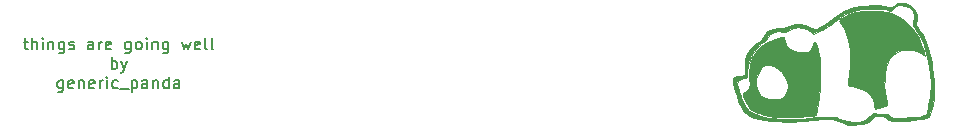
<source format=gto>
G04 #@! TF.GenerationSoftware,KiCad,Pcbnew,(5.1.6)-1*
G04 #@! TF.CreationDate,2020-07-19T13:42:40-04:00*
G04 #@! TF.ProjectId,pcb-01,7063622d-3031-42e6-9b69-6361645f7063,01*
G04 #@! TF.SameCoordinates,Original*
G04 #@! TF.FileFunction,Legend,Top*
G04 #@! TF.FilePolarity,Positive*
%FSLAX46Y46*%
G04 Gerber Fmt 4.6, Leading zero omitted, Abs format (unit mm)*
G04 Created by KiCad (PCBNEW (5.1.6)-1) date 2020-07-19 13:42:40*
%MOMM*%
%LPD*%
G01*
G04 APERTURE LIST*
%ADD10C,0.150000*%
%ADD11C,0.010000*%
%ADD12C,2.642000*%
%ADD13C,1.803800*%
%ADD14C,4.089800*%
%ADD15O,1.102000X2.202000*%
%ADD16C,0.772000*%
%ADD17O,1.102000X1.702000*%
%ADD18C,3.150000*%
G04 APERTURE END LIST*
D10*
X123739646Y-136992464D02*
X124120599Y-136992464D01*
X123882504Y-136659130D02*
X123882504Y-137516273D01*
X123930123Y-137611511D01*
X124025361Y-137659130D01*
X124120599Y-137659130D01*
X124453932Y-137659130D02*
X124453932Y-136659130D01*
X124882504Y-137659130D02*
X124882504Y-137135321D01*
X124834885Y-137040083D01*
X124739646Y-136992464D01*
X124596789Y-136992464D01*
X124501551Y-137040083D01*
X124453932Y-137087702D01*
X125358694Y-137659130D02*
X125358694Y-136992464D01*
X125358694Y-136659130D02*
X125311075Y-136706750D01*
X125358694Y-136754369D01*
X125406313Y-136706750D01*
X125358694Y-136659130D01*
X125358694Y-136754369D01*
X125834885Y-136992464D02*
X125834885Y-137659130D01*
X125834885Y-137087702D02*
X125882504Y-137040083D01*
X125977742Y-136992464D01*
X126120599Y-136992464D01*
X126215837Y-137040083D01*
X126263456Y-137135321D01*
X126263456Y-137659130D01*
X127168218Y-136992464D02*
X127168218Y-137801988D01*
X127120599Y-137897226D01*
X127072980Y-137944845D01*
X126977742Y-137992464D01*
X126834885Y-137992464D01*
X126739646Y-137944845D01*
X127168218Y-137611511D02*
X127072980Y-137659130D01*
X126882504Y-137659130D01*
X126787266Y-137611511D01*
X126739646Y-137563892D01*
X126692027Y-137468654D01*
X126692027Y-137182940D01*
X126739646Y-137087702D01*
X126787266Y-137040083D01*
X126882504Y-136992464D01*
X127072980Y-136992464D01*
X127168218Y-137040083D01*
X127596789Y-137611511D02*
X127692027Y-137659130D01*
X127882504Y-137659130D01*
X127977742Y-137611511D01*
X128025361Y-137516273D01*
X128025361Y-137468654D01*
X127977742Y-137373416D01*
X127882504Y-137325797D01*
X127739646Y-137325797D01*
X127644408Y-137278178D01*
X127596789Y-137182940D01*
X127596789Y-137135321D01*
X127644408Y-137040083D01*
X127739646Y-136992464D01*
X127882504Y-136992464D01*
X127977742Y-137040083D01*
X129644408Y-137659130D02*
X129644408Y-137135321D01*
X129596789Y-137040083D01*
X129501551Y-136992464D01*
X129311075Y-136992464D01*
X129215837Y-137040083D01*
X129644408Y-137611511D02*
X129549170Y-137659130D01*
X129311075Y-137659130D01*
X129215837Y-137611511D01*
X129168218Y-137516273D01*
X129168218Y-137421035D01*
X129215837Y-137325797D01*
X129311075Y-137278178D01*
X129549170Y-137278178D01*
X129644408Y-137230559D01*
X130120599Y-137659130D02*
X130120599Y-136992464D01*
X130120599Y-137182940D02*
X130168218Y-137087702D01*
X130215837Y-137040083D01*
X130311075Y-136992464D01*
X130406313Y-136992464D01*
X131120599Y-137611511D02*
X131025361Y-137659130D01*
X130834885Y-137659130D01*
X130739646Y-137611511D01*
X130692027Y-137516273D01*
X130692027Y-137135321D01*
X130739646Y-137040083D01*
X130834885Y-136992464D01*
X131025361Y-136992464D01*
X131120599Y-137040083D01*
X131168218Y-137135321D01*
X131168218Y-137230559D01*
X130692027Y-137325797D01*
X132787266Y-136992464D02*
X132787266Y-137801988D01*
X132739646Y-137897226D01*
X132692027Y-137944845D01*
X132596789Y-137992464D01*
X132453932Y-137992464D01*
X132358694Y-137944845D01*
X132787266Y-137611511D02*
X132692027Y-137659130D01*
X132501551Y-137659130D01*
X132406313Y-137611511D01*
X132358694Y-137563892D01*
X132311075Y-137468654D01*
X132311075Y-137182940D01*
X132358694Y-137087702D01*
X132406313Y-137040083D01*
X132501551Y-136992464D01*
X132692027Y-136992464D01*
X132787266Y-137040083D01*
X133406313Y-137659130D02*
X133311075Y-137611511D01*
X133263456Y-137563892D01*
X133215837Y-137468654D01*
X133215837Y-137182940D01*
X133263456Y-137087702D01*
X133311075Y-137040083D01*
X133406313Y-136992464D01*
X133549170Y-136992464D01*
X133644408Y-137040083D01*
X133692027Y-137087702D01*
X133739646Y-137182940D01*
X133739646Y-137468654D01*
X133692027Y-137563892D01*
X133644408Y-137611511D01*
X133549170Y-137659130D01*
X133406313Y-137659130D01*
X134168218Y-137659130D02*
X134168218Y-136992464D01*
X134168218Y-136659130D02*
X134120599Y-136706750D01*
X134168218Y-136754369D01*
X134215837Y-136706750D01*
X134168218Y-136659130D01*
X134168218Y-136754369D01*
X134644408Y-136992464D02*
X134644408Y-137659130D01*
X134644408Y-137087702D02*
X134692027Y-137040083D01*
X134787266Y-136992464D01*
X134930123Y-136992464D01*
X135025361Y-137040083D01*
X135072980Y-137135321D01*
X135072980Y-137659130D01*
X135977742Y-136992464D02*
X135977742Y-137801988D01*
X135930123Y-137897226D01*
X135882504Y-137944845D01*
X135787266Y-137992464D01*
X135644408Y-137992464D01*
X135549170Y-137944845D01*
X135977742Y-137611511D02*
X135882504Y-137659130D01*
X135692027Y-137659130D01*
X135596789Y-137611511D01*
X135549170Y-137563892D01*
X135501551Y-137468654D01*
X135501551Y-137182940D01*
X135549170Y-137087702D01*
X135596789Y-137040083D01*
X135692027Y-136992464D01*
X135882504Y-136992464D01*
X135977742Y-137040083D01*
X137120599Y-136992464D02*
X137311075Y-137659130D01*
X137501551Y-137182940D01*
X137692027Y-137659130D01*
X137882504Y-136992464D01*
X138644408Y-137611511D02*
X138549170Y-137659130D01*
X138358694Y-137659130D01*
X138263456Y-137611511D01*
X138215837Y-137516273D01*
X138215837Y-137135321D01*
X138263456Y-137040083D01*
X138358694Y-136992464D01*
X138549170Y-136992464D01*
X138644408Y-137040083D01*
X138692027Y-137135321D01*
X138692027Y-137230559D01*
X138215837Y-137325797D01*
X139263456Y-137659130D02*
X139168218Y-137611511D01*
X139120599Y-137516273D01*
X139120599Y-136659130D01*
X139787266Y-137659130D02*
X139692027Y-137611511D01*
X139644408Y-137516273D01*
X139644408Y-136659130D01*
X131192027Y-139309130D02*
X131192027Y-138309130D01*
X131192027Y-138690083D02*
X131287266Y-138642464D01*
X131477742Y-138642464D01*
X131572980Y-138690083D01*
X131620599Y-138737702D01*
X131668218Y-138832940D01*
X131668218Y-139118654D01*
X131620599Y-139213892D01*
X131572980Y-139261511D01*
X131477742Y-139309130D01*
X131287266Y-139309130D01*
X131192027Y-139261511D01*
X132001551Y-138642464D02*
X132239646Y-139309130D01*
X132477742Y-138642464D02*
X132239646Y-139309130D01*
X132144408Y-139547226D01*
X132096789Y-139594845D01*
X132001551Y-139642464D01*
X127072980Y-140292464D02*
X127072980Y-141101988D01*
X127025361Y-141197226D01*
X126977742Y-141244845D01*
X126882504Y-141292464D01*
X126739646Y-141292464D01*
X126644408Y-141244845D01*
X127072980Y-140911511D02*
X126977742Y-140959130D01*
X126787266Y-140959130D01*
X126692027Y-140911511D01*
X126644408Y-140863892D01*
X126596789Y-140768654D01*
X126596789Y-140482940D01*
X126644408Y-140387702D01*
X126692027Y-140340083D01*
X126787266Y-140292464D01*
X126977742Y-140292464D01*
X127072980Y-140340083D01*
X127930123Y-140911511D02*
X127834885Y-140959130D01*
X127644408Y-140959130D01*
X127549170Y-140911511D01*
X127501551Y-140816273D01*
X127501551Y-140435321D01*
X127549170Y-140340083D01*
X127644408Y-140292464D01*
X127834885Y-140292464D01*
X127930123Y-140340083D01*
X127977742Y-140435321D01*
X127977742Y-140530559D01*
X127501551Y-140625797D01*
X128406313Y-140292464D02*
X128406313Y-140959130D01*
X128406313Y-140387702D02*
X128453932Y-140340083D01*
X128549170Y-140292464D01*
X128692027Y-140292464D01*
X128787266Y-140340083D01*
X128834885Y-140435321D01*
X128834885Y-140959130D01*
X129692027Y-140911511D02*
X129596789Y-140959130D01*
X129406313Y-140959130D01*
X129311075Y-140911511D01*
X129263456Y-140816273D01*
X129263456Y-140435321D01*
X129311075Y-140340083D01*
X129406313Y-140292464D01*
X129596789Y-140292464D01*
X129692027Y-140340083D01*
X129739646Y-140435321D01*
X129739646Y-140530559D01*
X129263456Y-140625797D01*
X130168218Y-140959130D02*
X130168218Y-140292464D01*
X130168218Y-140482940D02*
X130215837Y-140387702D01*
X130263456Y-140340083D01*
X130358694Y-140292464D01*
X130453932Y-140292464D01*
X130787266Y-140959130D02*
X130787266Y-140292464D01*
X130787266Y-139959130D02*
X130739646Y-140006750D01*
X130787266Y-140054369D01*
X130834885Y-140006750D01*
X130787266Y-139959130D01*
X130787266Y-140054369D01*
X131692027Y-140911511D02*
X131596789Y-140959130D01*
X131406313Y-140959130D01*
X131311075Y-140911511D01*
X131263456Y-140863892D01*
X131215837Y-140768654D01*
X131215837Y-140482940D01*
X131263456Y-140387702D01*
X131311075Y-140340083D01*
X131406313Y-140292464D01*
X131596789Y-140292464D01*
X131692027Y-140340083D01*
X131882504Y-141054369D02*
X132644408Y-141054369D01*
X132882504Y-140292464D02*
X132882504Y-141292464D01*
X132882504Y-140340083D02*
X132977742Y-140292464D01*
X133168218Y-140292464D01*
X133263456Y-140340083D01*
X133311075Y-140387702D01*
X133358694Y-140482940D01*
X133358694Y-140768654D01*
X133311075Y-140863892D01*
X133263456Y-140911511D01*
X133168218Y-140959130D01*
X132977742Y-140959130D01*
X132882504Y-140911511D01*
X134215837Y-140959130D02*
X134215837Y-140435321D01*
X134168218Y-140340083D01*
X134072980Y-140292464D01*
X133882504Y-140292464D01*
X133787266Y-140340083D01*
X134215837Y-140911511D02*
X134120599Y-140959130D01*
X133882504Y-140959130D01*
X133787266Y-140911511D01*
X133739646Y-140816273D01*
X133739646Y-140721035D01*
X133787266Y-140625797D01*
X133882504Y-140578178D01*
X134120599Y-140578178D01*
X134215837Y-140530559D01*
X134692027Y-140292464D02*
X134692027Y-140959130D01*
X134692027Y-140387702D02*
X134739646Y-140340083D01*
X134834885Y-140292464D01*
X134977742Y-140292464D01*
X135072980Y-140340083D01*
X135120599Y-140435321D01*
X135120599Y-140959130D01*
X136025361Y-140959130D02*
X136025361Y-139959130D01*
X136025361Y-140911511D02*
X135930123Y-140959130D01*
X135739646Y-140959130D01*
X135644408Y-140911511D01*
X135596789Y-140863892D01*
X135549170Y-140768654D01*
X135549170Y-140482940D01*
X135596789Y-140387702D01*
X135644408Y-140340083D01*
X135739646Y-140292464D01*
X135930123Y-140292464D01*
X136025361Y-140340083D01*
X136930123Y-140959130D02*
X136930123Y-140435321D01*
X136882504Y-140340083D01*
X136787266Y-140292464D01*
X136596789Y-140292464D01*
X136501551Y-140340083D01*
X136930123Y-140911511D02*
X136834885Y-140959130D01*
X136596789Y-140959130D01*
X136501551Y-140911511D01*
X136453932Y-140816273D01*
X136453932Y-140721035D01*
X136501551Y-140625797D01*
X136596789Y-140578178D01*
X136834885Y-140578178D01*
X136930123Y-140530559D01*
D11*
G36*
X198365689Y-133723276D02*
G01*
X198630110Y-133827459D01*
X198892999Y-134026260D01*
X199095027Y-134230216D01*
X199315618Y-134530042D01*
X199404427Y-134827624D01*
X199369154Y-135160860D01*
X199317510Y-135325230D01*
X199281827Y-135449254D01*
X199288944Y-135557212D01*
X199353450Y-135686166D01*
X199489933Y-135873176D01*
X199576644Y-135983525D01*
X199788098Y-136285271D01*
X199975182Y-136632861D01*
X200145150Y-137046237D01*
X200305255Y-137545340D01*
X200462749Y-138150111D01*
X200617607Y-138845695D01*
X200686022Y-139252190D01*
X200745053Y-139759318D01*
X200790089Y-140322649D01*
X200809608Y-140696266D01*
X200826281Y-141144241D01*
X200832554Y-141482449D01*
X200825902Y-141746049D01*
X200803799Y-141970205D01*
X200763721Y-142190077D01*
X200703143Y-142440826D01*
X200677178Y-142540307D01*
X200585488Y-142850940D01*
X200488495Y-143118679D01*
X200401146Y-143304587D01*
X200363801Y-143356696D01*
X200270981Y-143419700D01*
X200116327Y-143476309D01*
X199884108Y-143529357D01*
X199558593Y-143581677D01*
X199124053Y-143636102D01*
X198564757Y-143695466D01*
X198383691Y-143713355D01*
X197883686Y-143752090D01*
X197502288Y-143755445D01*
X197216547Y-143720099D01*
X197003513Y-143642731D01*
X196840234Y-143520018D01*
X196807482Y-143485231D01*
X196675251Y-143358552D01*
X196534716Y-143294953D01*
X196328792Y-143273775D01*
X196219803Y-143272552D01*
X195979801Y-143281172D01*
X195821441Y-143325800D01*
X195681434Y-143434593D01*
X195557667Y-143567115D01*
X195404360Y-143719838D01*
X195241589Y-143830883D01*
X195040161Y-143909558D01*
X194770882Y-143965168D01*
X194404559Y-144007019D01*
X194101977Y-144031151D01*
X193793347Y-144049937D01*
X193573087Y-144045641D01*
X193385000Y-144008076D01*
X193172885Y-143927057D01*
X192940834Y-143820689D01*
X192676348Y-143701712D01*
X192465196Y-143626722D01*
X192257114Y-143585567D01*
X192001836Y-143568095D01*
X191670834Y-143564189D01*
X191275222Y-143575728D01*
X190853930Y-143607618D01*
X190479889Y-143653801D01*
X190376307Y-143671707D01*
X189957135Y-143729567D01*
X189447611Y-143764387D01*
X188874604Y-143777583D01*
X188264983Y-143770573D01*
X187645616Y-143744772D01*
X187043370Y-143701597D01*
X186485116Y-143642466D01*
X185997721Y-143568795D01*
X185608053Y-143481999D01*
X185396057Y-143409124D01*
X185138509Y-143281916D01*
X184941402Y-143139923D01*
X184764646Y-142946242D01*
X184568151Y-142663966D01*
X184541236Y-142622224D01*
X184400003Y-142361665D01*
X184246438Y-142013228D01*
X184094411Y-141616663D01*
X183957791Y-141211720D01*
X183850447Y-140838149D01*
X183800704Y-140603792D01*
X184162323Y-140603792D01*
X184189276Y-140870082D01*
X184261453Y-141127417D01*
X184304834Y-141221598D01*
X184396119Y-141414530D01*
X184446509Y-141564970D01*
X184449977Y-141593357D01*
X184485470Y-141726246D01*
X184577578Y-141940100D01*
X184704736Y-142193591D01*
X184845385Y-142445395D01*
X184977962Y-142654184D01*
X185055316Y-142753593D01*
X185326719Y-142969281D01*
X185714321Y-143164145D01*
X186189375Y-143324920D01*
X186413433Y-143380282D01*
X186760996Y-143437758D01*
X187214927Y-143484574D01*
X187738215Y-143519610D01*
X188293852Y-143541745D01*
X188844828Y-143549858D01*
X189354134Y-143542828D01*
X189784761Y-143519535D01*
X190037977Y-143490049D01*
X190338081Y-143450867D01*
X190727938Y-143413423D01*
X191152189Y-143382500D01*
X191476403Y-143365781D01*
X191857267Y-143352402D01*
X192129703Y-143351030D01*
X192330222Y-143365989D01*
X192495335Y-143401604D01*
X192661553Y-143462201D01*
X192799805Y-143522557D01*
X193421377Y-143740004D01*
X194011208Y-143821878D01*
X194562894Y-143767810D01*
X194930812Y-143645422D01*
X195167187Y-143504775D01*
X195400168Y-143311462D01*
X195462708Y-143245826D01*
X195616799Y-143086117D01*
X195725162Y-143025777D01*
X195825503Y-143045409D01*
X195838937Y-143052293D01*
X195981490Y-143090817D01*
X196216523Y-143117912D01*
X196474606Y-143127409D01*
X196750902Y-143134341D01*
X196919473Y-143161120D01*
X197017330Y-143216720D01*
X197058319Y-143268958D01*
X197152726Y-143364729D01*
X197307732Y-143429163D01*
X197540783Y-143463849D01*
X197869326Y-143470370D01*
X198310810Y-143450315D01*
X198716125Y-143419661D01*
X199201302Y-143378862D01*
X199562620Y-143343383D01*
X199820645Y-143304093D01*
X199995940Y-143251861D01*
X200109070Y-143177557D01*
X200180597Y-143072050D01*
X200231087Y-142926208D01*
X200281103Y-142730901D01*
X200282859Y-142723993D01*
X200342519Y-142442996D01*
X200405319Y-142069878D01*
X200463059Y-141657221D01*
X200500994Y-141325084D01*
X200538810Y-140904149D01*
X200554493Y-140572809D01*
X200547092Y-140277071D01*
X200515657Y-139962940D01*
X200471616Y-139655941D01*
X200312441Y-138747382D01*
X200132300Y-137964912D01*
X199925332Y-137290268D01*
X199685676Y-136705184D01*
X199407472Y-136191397D01*
X199312557Y-136043850D01*
X199142571Y-135781700D01*
X199045841Y-135603868D01*
X199009744Y-135477664D01*
X199021653Y-135370400D01*
X199036076Y-135327973D01*
X199102991Y-135028058D01*
X199099436Y-134711855D01*
X199029506Y-134437905D01*
X198966236Y-134328973D01*
X198707484Y-134105251D01*
X198366267Y-133958228D01*
X198028218Y-133910838D01*
X197808252Y-133935284D01*
X197618527Y-134027474D01*
X197450231Y-134164465D01*
X197278801Y-134311007D01*
X197159723Y-134372969D01*
X197040873Y-134366520D01*
X196923879Y-134327751D01*
X196704058Y-134279800D01*
X196374924Y-134248531D01*
X195971282Y-134233367D01*
X195527932Y-134233733D01*
X195079676Y-134249052D01*
X194661316Y-134278747D01*
X194307654Y-134322243D01*
X194065691Y-134375076D01*
X193305440Y-134686374D01*
X192604136Y-135128948D01*
X192413499Y-135280800D01*
X192162428Y-135471348D01*
X191834761Y-135693033D01*
X191483197Y-135911039D01*
X191302869Y-136014480D01*
X190610717Y-136397919D01*
X190415061Y-136210514D01*
X190049975Y-135959904D01*
X189602411Y-135823203D01*
X189273537Y-135797695D01*
X188927284Y-135821899D01*
X188663889Y-135907282D01*
X188427285Y-136073000D01*
X188402196Y-136095402D01*
X188274590Y-136180848D01*
X188127601Y-136188533D01*
X187990992Y-136157173D01*
X187630646Y-136119000D01*
X187274682Y-136187267D01*
X186960931Y-136346288D01*
X186727222Y-136580379D01*
X186656370Y-136710482D01*
X186572804Y-136872270D01*
X186498491Y-136955744D01*
X186486851Y-136958838D01*
X186371614Y-137012755D01*
X186197021Y-137155871D01*
X185989406Y-137360234D01*
X185775097Y-137597892D01*
X185580428Y-137840893D01*
X185431729Y-138061285D01*
X185407366Y-138104772D01*
X185216656Y-138537209D01*
X185067869Y-139019700D01*
X184977937Y-139489675D01*
X184959049Y-139761705D01*
X184950656Y-139950564D01*
X184900361Y-140044716D01*
X184767787Y-140090083D01*
X184653149Y-140109603D01*
X184439592Y-140158003D01*
X184280978Y-140218897D01*
X184254006Y-140236621D01*
X184183072Y-140376615D01*
X184162323Y-140603792D01*
X183800704Y-140603792D01*
X183786250Y-140535700D01*
X183774743Y-140425452D01*
X183800712Y-140182446D01*
X183916123Y-140018930D01*
X184139949Y-139917779D01*
X184386866Y-139872968D01*
X184776548Y-139825409D01*
X184812834Y-139027124D01*
X184844524Y-138567971D01*
X184892925Y-138239354D01*
X184960176Y-138027400D01*
X184969782Y-138008839D01*
X185114314Y-137808247D01*
X185338797Y-137564608D01*
X185603105Y-137316404D01*
X185867109Y-137102116D01*
X186027523Y-136994501D01*
X186209995Y-136837766D01*
X186370579Y-136620946D01*
X186401208Y-136562712D01*
X186549946Y-136287777D01*
X186711070Y-136099269D01*
X186917034Y-135978768D01*
X187200288Y-135907857D01*
X187593286Y-135868117D01*
X187629100Y-135865816D01*
X188032118Y-135830237D01*
X188327327Y-135777158D01*
X188551719Y-135699071D01*
X188620036Y-135664626D01*
X189018637Y-135525519D01*
X189465493Y-135504296D01*
X189926036Y-135599648D01*
X190219405Y-135725124D01*
X190458943Y-135839553D01*
X190666079Y-135918407D01*
X190779710Y-135942838D01*
X190941301Y-135899205D01*
X191183085Y-135780957D01*
X191474318Y-135607065D01*
X191784253Y-135396504D01*
X192082145Y-135168246D01*
X192207714Y-135061604D01*
X192654179Y-134731005D01*
X193191734Y-134433591D01*
X193766438Y-134196844D01*
X194101977Y-134096525D01*
X194550946Y-134009834D01*
X195062649Y-133954347D01*
X195600311Y-133930061D01*
X196127158Y-133936972D01*
X196606416Y-133975076D01*
X197001310Y-134044369D01*
X197172054Y-134096856D01*
X197278853Y-134073317D01*
X197434070Y-133970562D01*
X197498697Y-133913431D01*
X197688699Y-133764361D01*
X197887406Y-133702012D01*
X198060063Y-133693123D01*
X198365689Y-133723276D01*
G37*
X198365689Y-133723276D02*
X198630110Y-133827459D01*
X198892999Y-134026260D01*
X199095027Y-134230216D01*
X199315618Y-134530042D01*
X199404427Y-134827624D01*
X199369154Y-135160860D01*
X199317510Y-135325230D01*
X199281827Y-135449254D01*
X199288944Y-135557212D01*
X199353450Y-135686166D01*
X199489933Y-135873176D01*
X199576644Y-135983525D01*
X199788098Y-136285271D01*
X199975182Y-136632861D01*
X200145150Y-137046237D01*
X200305255Y-137545340D01*
X200462749Y-138150111D01*
X200617607Y-138845695D01*
X200686022Y-139252190D01*
X200745053Y-139759318D01*
X200790089Y-140322649D01*
X200809608Y-140696266D01*
X200826281Y-141144241D01*
X200832554Y-141482449D01*
X200825902Y-141746049D01*
X200803799Y-141970205D01*
X200763721Y-142190077D01*
X200703143Y-142440826D01*
X200677178Y-142540307D01*
X200585488Y-142850940D01*
X200488495Y-143118679D01*
X200401146Y-143304587D01*
X200363801Y-143356696D01*
X200270981Y-143419700D01*
X200116327Y-143476309D01*
X199884108Y-143529357D01*
X199558593Y-143581677D01*
X199124053Y-143636102D01*
X198564757Y-143695466D01*
X198383691Y-143713355D01*
X197883686Y-143752090D01*
X197502288Y-143755445D01*
X197216547Y-143720099D01*
X197003513Y-143642731D01*
X196840234Y-143520018D01*
X196807482Y-143485231D01*
X196675251Y-143358552D01*
X196534716Y-143294953D01*
X196328792Y-143273775D01*
X196219803Y-143272552D01*
X195979801Y-143281172D01*
X195821441Y-143325800D01*
X195681434Y-143434593D01*
X195557667Y-143567115D01*
X195404360Y-143719838D01*
X195241589Y-143830883D01*
X195040161Y-143909558D01*
X194770882Y-143965168D01*
X194404559Y-144007019D01*
X194101977Y-144031151D01*
X193793347Y-144049937D01*
X193573087Y-144045641D01*
X193385000Y-144008076D01*
X193172885Y-143927057D01*
X192940834Y-143820689D01*
X192676348Y-143701712D01*
X192465196Y-143626722D01*
X192257114Y-143585567D01*
X192001836Y-143568095D01*
X191670834Y-143564189D01*
X191275222Y-143575728D01*
X190853930Y-143607618D01*
X190479889Y-143653801D01*
X190376307Y-143671707D01*
X189957135Y-143729567D01*
X189447611Y-143764387D01*
X188874604Y-143777583D01*
X188264983Y-143770573D01*
X187645616Y-143744772D01*
X187043370Y-143701597D01*
X186485116Y-143642466D01*
X185997721Y-143568795D01*
X185608053Y-143481999D01*
X185396057Y-143409124D01*
X185138509Y-143281916D01*
X184941402Y-143139923D01*
X184764646Y-142946242D01*
X184568151Y-142663966D01*
X184541236Y-142622224D01*
X184400003Y-142361665D01*
X184246438Y-142013228D01*
X184094411Y-141616663D01*
X183957791Y-141211720D01*
X183850447Y-140838149D01*
X183800704Y-140603792D01*
X184162323Y-140603792D01*
X184189276Y-140870082D01*
X184261453Y-141127417D01*
X184304834Y-141221598D01*
X184396119Y-141414530D01*
X184446509Y-141564970D01*
X184449977Y-141593357D01*
X184485470Y-141726246D01*
X184577578Y-141940100D01*
X184704736Y-142193591D01*
X184845385Y-142445395D01*
X184977962Y-142654184D01*
X185055316Y-142753593D01*
X185326719Y-142969281D01*
X185714321Y-143164145D01*
X186189375Y-143324920D01*
X186413433Y-143380282D01*
X186760996Y-143437758D01*
X187214927Y-143484574D01*
X187738215Y-143519610D01*
X188293852Y-143541745D01*
X188844828Y-143549858D01*
X189354134Y-143542828D01*
X189784761Y-143519535D01*
X190037977Y-143490049D01*
X190338081Y-143450867D01*
X190727938Y-143413423D01*
X191152189Y-143382500D01*
X191476403Y-143365781D01*
X191857267Y-143352402D01*
X192129703Y-143351030D01*
X192330222Y-143365989D01*
X192495335Y-143401604D01*
X192661553Y-143462201D01*
X192799805Y-143522557D01*
X193421377Y-143740004D01*
X194011208Y-143821878D01*
X194562894Y-143767810D01*
X194930812Y-143645422D01*
X195167187Y-143504775D01*
X195400168Y-143311462D01*
X195462708Y-143245826D01*
X195616799Y-143086117D01*
X195725162Y-143025777D01*
X195825503Y-143045409D01*
X195838937Y-143052293D01*
X195981490Y-143090817D01*
X196216523Y-143117912D01*
X196474606Y-143127409D01*
X196750902Y-143134341D01*
X196919473Y-143161120D01*
X197017330Y-143216720D01*
X197058319Y-143268958D01*
X197152726Y-143364729D01*
X197307732Y-143429163D01*
X197540783Y-143463849D01*
X197869326Y-143470370D01*
X198310810Y-143450315D01*
X198716125Y-143419661D01*
X199201302Y-143378862D01*
X199562620Y-143343383D01*
X199820645Y-143304093D01*
X199995940Y-143251861D01*
X200109070Y-143177557D01*
X200180597Y-143072050D01*
X200231087Y-142926208D01*
X200281103Y-142730901D01*
X200282859Y-142723993D01*
X200342519Y-142442996D01*
X200405319Y-142069878D01*
X200463059Y-141657221D01*
X200500994Y-141325084D01*
X200538810Y-140904149D01*
X200554493Y-140572809D01*
X200547092Y-140277071D01*
X200515657Y-139962940D01*
X200471616Y-139655941D01*
X200312441Y-138747382D01*
X200132300Y-137964912D01*
X199925332Y-137290268D01*
X199685676Y-136705184D01*
X199407472Y-136191397D01*
X199312557Y-136043850D01*
X199142571Y-135781700D01*
X199045841Y-135603868D01*
X199009744Y-135477664D01*
X199021653Y-135370400D01*
X199036076Y-135327973D01*
X199102991Y-135028058D01*
X199099436Y-134711855D01*
X199029506Y-134437905D01*
X198966236Y-134328973D01*
X198707484Y-134105251D01*
X198366267Y-133958228D01*
X198028218Y-133910838D01*
X197808252Y-133935284D01*
X197618527Y-134027474D01*
X197450231Y-134164465D01*
X197278801Y-134311007D01*
X197159723Y-134372969D01*
X197040873Y-134366520D01*
X196923879Y-134327751D01*
X196704058Y-134279800D01*
X196374924Y-134248531D01*
X195971282Y-134233367D01*
X195527932Y-134233733D01*
X195079676Y-134249052D01*
X194661316Y-134278747D01*
X194307654Y-134322243D01*
X194065691Y-134375076D01*
X193305440Y-134686374D01*
X192604136Y-135128948D01*
X192413499Y-135280800D01*
X192162428Y-135471348D01*
X191834761Y-135693033D01*
X191483197Y-135911039D01*
X191302869Y-136014480D01*
X190610717Y-136397919D01*
X190415061Y-136210514D01*
X190049975Y-135959904D01*
X189602411Y-135823203D01*
X189273537Y-135797695D01*
X188927284Y-135821899D01*
X188663889Y-135907282D01*
X188427285Y-136073000D01*
X188402196Y-136095402D01*
X188274590Y-136180848D01*
X188127601Y-136188533D01*
X187990992Y-136157173D01*
X187630646Y-136119000D01*
X187274682Y-136187267D01*
X186960931Y-136346288D01*
X186727222Y-136580379D01*
X186656370Y-136710482D01*
X186572804Y-136872270D01*
X186498491Y-136955744D01*
X186486851Y-136958838D01*
X186371614Y-137012755D01*
X186197021Y-137155871D01*
X185989406Y-137360234D01*
X185775097Y-137597892D01*
X185580428Y-137840893D01*
X185431729Y-138061285D01*
X185407366Y-138104772D01*
X185216656Y-138537209D01*
X185067869Y-139019700D01*
X184977937Y-139489675D01*
X184959049Y-139761705D01*
X184950656Y-139950564D01*
X184900361Y-140044716D01*
X184767787Y-140090083D01*
X184653149Y-140109603D01*
X184439592Y-140158003D01*
X184280978Y-140218897D01*
X184254006Y-140236621D01*
X184183072Y-140376615D01*
X184162323Y-140603792D01*
X183800704Y-140603792D01*
X183786250Y-140535700D01*
X183774743Y-140425452D01*
X183800712Y-140182446D01*
X183916123Y-140018930D01*
X184139949Y-139917779D01*
X184386866Y-139872968D01*
X184776548Y-139825409D01*
X184812834Y-139027124D01*
X184844524Y-138567971D01*
X184892925Y-138239354D01*
X184960176Y-138027400D01*
X184969782Y-138008839D01*
X185114314Y-137808247D01*
X185338797Y-137564608D01*
X185603105Y-137316404D01*
X185867109Y-137102116D01*
X186027523Y-136994501D01*
X186209995Y-136837766D01*
X186370579Y-136620946D01*
X186401208Y-136562712D01*
X186549946Y-136287777D01*
X186711070Y-136099269D01*
X186917034Y-135978768D01*
X187200288Y-135907857D01*
X187593286Y-135868117D01*
X187629100Y-135865816D01*
X188032118Y-135830237D01*
X188327327Y-135777158D01*
X188551719Y-135699071D01*
X188620036Y-135664626D01*
X189018637Y-135525519D01*
X189465493Y-135504296D01*
X189926036Y-135599648D01*
X190219405Y-135725124D01*
X190458943Y-135839553D01*
X190666079Y-135918407D01*
X190779710Y-135942838D01*
X190941301Y-135899205D01*
X191183085Y-135780957D01*
X191474318Y-135607065D01*
X191784253Y-135396504D01*
X192082145Y-135168246D01*
X192207714Y-135061604D01*
X192654179Y-134731005D01*
X193191734Y-134433591D01*
X193766438Y-134196844D01*
X194101977Y-134096525D01*
X194550946Y-134009834D01*
X195062649Y-133954347D01*
X195600311Y-133930061D01*
X196127158Y-133936972D01*
X196606416Y-133975076D01*
X197001310Y-134044369D01*
X197172054Y-134096856D01*
X197278853Y-134073317D01*
X197434070Y-133970562D01*
X197498697Y-133913431D01*
X197688699Y-133764361D01*
X197887406Y-133702012D01*
X198060063Y-133693123D01*
X198365689Y-133723276D01*
G36*
X188115290Y-136648792D02*
G01*
X188150419Y-136772153D01*
X188168978Y-136921893D01*
X188273387Y-137279875D01*
X188494860Y-137554041D01*
X188830800Y-137742717D01*
X189278609Y-137844230D01*
X189629223Y-137862677D01*
X189919014Y-137858937D01*
X190103531Y-137841068D01*
X190222620Y-137797518D01*
X190316126Y-137716739D01*
X190376039Y-137646193D01*
X190506550Y-137446826D01*
X190590136Y-137248408D01*
X190594292Y-137230981D01*
X190653402Y-137069671D01*
X190731146Y-137052033D01*
X190826773Y-137177896D01*
X190881879Y-137296547D01*
X191032397Y-137782151D01*
X191133197Y-138390460D01*
X191184223Y-139107795D01*
X191185418Y-139920479D01*
X191136726Y-140814834D01*
X191038092Y-141777183D01*
X190904089Y-142705343D01*
X190824761Y-143190420D01*
X190449512Y-143275565D01*
X190256911Y-143303318D01*
X189950683Y-143329075D01*
X189562342Y-143351867D01*
X189123400Y-143370725D01*
X188665370Y-143384680D01*
X188219764Y-143392763D01*
X187818097Y-143394004D01*
X187491879Y-143387434D01*
X187280262Y-143373039D01*
X186855116Y-143301421D01*
X186397823Y-143191541D01*
X185967343Y-143059472D01*
X185622635Y-142921283D01*
X185622302Y-142921122D01*
X185252150Y-142675753D01*
X184950875Y-142323215D01*
X184711848Y-141865054D01*
X184621349Y-141615452D01*
X184609874Y-141458375D01*
X184682960Y-141361186D01*
X184806962Y-141304296D01*
X185021007Y-141158946D01*
X185166696Y-140920440D01*
X185223537Y-140632647D01*
X185205650Y-140450845D01*
X185190887Y-140341733D01*
X185759425Y-140341733D01*
X185767829Y-140573974D01*
X185828579Y-141004299D01*
X185967912Y-141331043D01*
X186204514Y-141577886D01*
X186557071Y-141768506D01*
X186772262Y-141846755D01*
X187028078Y-141890328D01*
X187345167Y-141890662D01*
X187663237Y-141852717D01*
X187922000Y-141781454D01*
X187992771Y-141746345D01*
X188230915Y-141525251D01*
X188404016Y-141217383D01*
X188488870Y-140874948D01*
X188483329Y-140642600D01*
X188392315Y-140297677D01*
X188222221Y-139975922D01*
X187949497Y-139633862D01*
X187918450Y-139599876D01*
X187581668Y-139277771D01*
X187270361Y-139078272D01*
X186960192Y-138987656D01*
X186817039Y-138978743D01*
X186544093Y-139003725D01*
X186336191Y-139094590D01*
X186161629Y-139275213D01*
X185988701Y-139569472D01*
X185962070Y-139622607D01*
X185839224Y-139891568D01*
X185776533Y-140107483D01*
X185759425Y-140341733D01*
X185190887Y-140341733D01*
X185176998Y-140239085D01*
X185160803Y-139949868D01*
X185160032Y-139685471D01*
X185239917Y-138988724D01*
X185440145Y-138372019D01*
X185758133Y-137838230D01*
X186191297Y-137390229D01*
X186737054Y-137030886D01*
X187392819Y-136763074D01*
X187905418Y-136633682D01*
X188043825Y-136613791D01*
X188115290Y-136648792D01*
G37*
X188115290Y-136648792D02*
X188150419Y-136772153D01*
X188168978Y-136921893D01*
X188273387Y-137279875D01*
X188494860Y-137554041D01*
X188830800Y-137742717D01*
X189278609Y-137844230D01*
X189629223Y-137862677D01*
X189919014Y-137858937D01*
X190103531Y-137841068D01*
X190222620Y-137797518D01*
X190316126Y-137716739D01*
X190376039Y-137646193D01*
X190506550Y-137446826D01*
X190590136Y-137248408D01*
X190594292Y-137230981D01*
X190653402Y-137069671D01*
X190731146Y-137052033D01*
X190826773Y-137177896D01*
X190881879Y-137296547D01*
X191032397Y-137782151D01*
X191133197Y-138390460D01*
X191184223Y-139107795D01*
X191185418Y-139920479D01*
X191136726Y-140814834D01*
X191038092Y-141777183D01*
X190904089Y-142705343D01*
X190824761Y-143190420D01*
X190449512Y-143275565D01*
X190256911Y-143303318D01*
X189950683Y-143329075D01*
X189562342Y-143351867D01*
X189123400Y-143370725D01*
X188665370Y-143384680D01*
X188219764Y-143392763D01*
X187818097Y-143394004D01*
X187491879Y-143387434D01*
X187280262Y-143373039D01*
X186855116Y-143301421D01*
X186397823Y-143191541D01*
X185967343Y-143059472D01*
X185622635Y-142921283D01*
X185622302Y-142921122D01*
X185252150Y-142675753D01*
X184950875Y-142323215D01*
X184711848Y-141865054D01*
X184621349Y-141615452D01*
X184609874Y-141458375D01*
X184682960Y-141361186D01*
X184806962Y-141304296D01*
X185021007Y-141158946D01*
X185166696Y-140920440D01*
X185223537Y-140632647D01*
X185205650Y-140450845D01*
X185190887Y-140341733D01*
X185759425Y-140341733D01*
X185767829Y-140573974D01*
X185828579Y-141004299D01*
X185967912Y-141331043D01*
X186204514Y-141577886D01*
X186557071Y-141768506D01*
X186772262Y-141846755D01*
X187028078Y-141890328D01*
X187345167Y-141890662D01*
X187663237Y-141852717D01*
X187922000Y-141781454D01*
X187992771Y-141746345D01*
X188230915Y-141525251D01*
X188404016Y-141217383D01*
X188488870Y-140874948D01*
X188483329Y-140642600D01*
X188392315Y-140297677D01*
X188222221Y-139975922D01*
X187949497Y-139633862D01*
X187918450Y-139599876D01*
X187581668Y-139277771D01*
X187270361Y-139078272D01*
X186960192Y-138987656D01*
X186817039Y-138978743D01*
X186544093Y-139003725D01*
X186336191Y-139094590D01*
X186161629Y-139275213D01*
X185988701Y-139569472D01*
X185962070Y-139622607D01*
X185839224Y-139891568D01*
X185776533Y-140107483D01*
X185759425Y-140341733D01*
X185190887Y-140341733D01*
X185176998Y-140239085D01*
X185160803Y-139949868D01*
X185160032Y-139685471D01*
X185239917Y-138988724D01*
X185440145Y-138372019D01*
X185758133Y-137838230D01*
X186191297Y-137390229D01*
X186737054Y-137030886D01*
X187392819Y-136763074D01*
X187905418Y-136633682D01*
X188043825Y-136613791D01*
X188115290Y-136648792D01*
G36*
X196154535Y-134379389D02*
G01*
X196925366Y-134513581D01*
X197622147Y-134772395D01*
X198246177Y-135156513D01*
X198798760Y-135666623D01*
X199281196Y-136303408D01*
X199420953Y-136534009D01*
X199515713Y-136723193D01*
X199626477Y-136980729D01*
X199741735Y-137274546D01*
X199849976Y-137572571D01*
X199939689Y-137842732D01*
X199999363Y-138052958D01*
X200017487Y-138171175D01*
X200013109Y-138183896D01*
X199941809Y-138167557D01*
X199853707Y-138103801D01*
X199712963Y-138004310D01*
X199504412Y-137882262D01*
X199404016Y-137829626D01*
X199024300Y-137708874D01*
X198591933Y-137683914D01*
X198143585Y-137745765D01*
X197715927Y-137885448D01*
X197345629Y-138093982D01*
X197069363Y-138362387D01*
X197036991Y-138409274D01*
X196887225Y-138727982D01*
X196767300Y-139155135D01*
X196680222Y-139656535D01*
X196628997Y-140197986D01*
X196616631Y-140745292D01*
X196646130Y-141264256D01*
X196720500Y-141720682D01*
X196739356Y-141795313D01*
X196802069Y-142037428D01*
X196845600Y-142224081D01*
X196859691Y-142307171D01*
X196797280Y-142352243D01*
X196637436Y-142425332D01*
X196421239Y-142511094D01*
X196189770Y-142594187D01*
X195984111Y-142659266D01*
X195845341Y-142690989D01*
X195829386Y-142691981D01*
X195801784Y-142626467D01*
X195773148Y-142457634D01*
X195756380Y-142297516D01*
X195652456Y-141862300D01*
X195424195Y-141492525D01*
X195081247Y-141197834D01*
X194633265Y-140987869D01*
X194375918Y-140918318D01*
X194098376Y-140852933D01*
X193848290Y-140784153D01*
X193713123Y-140739114D01*
X193572245Y-140664078D01*
X193531771Y-140556797D01*
X193547200Y-140422934D01*
X193644507Y-139745526D01*
X193703279Y-139052382D01*
X193723291Y-138375922D01*
X193704317Y-137748568D01*
X193646132Y-137202739D01*
X193572048Y-136849607D01*
X193398012Y-136333991D01*
X193181928Y-135869806D01*
X192945460Y-135503448D01*
X192940778Y-135497570D01*
X192816498Y-135332930D01*
X192777043Y-135235315D01*
X192812427Y-135161853D01*
X192853373Y-135122302D01*
X193188063Y-134893609D01*
X193638680Y-134694965D01*
X194177623Y-134534839D01*
X194777289Y-134421698D01*
X195308350Y-134369131D01*
X196154535Y-134379389D01*
G37*
X196154535Y-134379389D02*
X196925366Y-134513581D01*
X197622147Y-134772395D01*
X198246177Y-135156513D01*
X198798760Y-135666623D01*
X199281196Y-136303408D01*
X199420953Y-136534009D01*
X199515713Y-136723193D01*
X199626477Y-136980729D01*
X199741735Y-137274546D01*
X199849976Y-137572571D01*
X199939689Y-137842732D01*
X199999363Y-138052958D01*
X200017487Y-138171175D01*
X200013109Y-138183896D01*
X199941809Y-138167557D01*
X199853707Y-138103801D01*
X199712963Y-138004310D01*
X199504412Y-137882262D01*
X199404016Y-137829626D01*
X199024300Y-137708874D01*
X198591933Y-137683914D01*
X198143585Y-137745765D01*
X197715927Y-137885448D01*
X197345629Y-138093982D01*
X197069363Y-138362387D01*
X197036991Y-138409274D01*
X196887225Y-138727982D01*
X196767300Y-139155135D01*
X196680222Y-139656535D01*
X196628997Y-140197986D01*
X196616631Y-140745292D01*
X196646130Y-141264256D01*
X196720500Y-141720682D01*
X196739356Y-141795313D01*
X196802069Y-142037428D01*
X196845600Y-142224081D01*
X196859691Y-142307171D01*
X196797280Y-142352243D01*
X196637436Y-142425332D01*
X196421239Y-142511094D01*
X196189770Y-142594187D01*
X195984111Y-142659266D01*
X195845341Y-142690989D01*
X195829386Y-142691981D01*
X195801784Y-142626467D01*
X195773148Y-142457634D01*
X195756380Y-142297516D01*
X195652456Y-141862300D01*
X195424195Y-141492525D01*
X195081247Y-141197834D01*
X194633265Y-140987869D01*
X194375918Y-140918318D01*
X194098376Y-140852933D01*
X193848290Y-140784153D01*
X193713123Y-140739114D01*
X193572245Y-140664078D01*
X193531771Y-140556797D01*
X193547200Y-140422934D01*
X193644507Y-139745526D01*
X193703279Y-139052382D01*
X193723291Y-138375922D01*
X193704317Y-137748568D01*
X193646132Y-137202739D01*
X193572048Y-136849607D01*
X193398012Y-136333991D01*
X193181928Y-135869806D01*
X192945460Y-135503448D01*
X192940778Y-135497570D01*
X192816498Y-135332930D01*
X192777043Y-135235315D01*
X192812427Y-135161853D01*
X192853373Y-135122302D01*
X193188063Y-134893609D01*
X193638680Y-134694965D01*
X194177623Y-134534839D01*
X194777289Y-134421698D01*
X195308350Y-134369131D01*
X196154535Y-134379389D01*
%LPC*%
D12*
X49247254Y-60042400D03*
X55597254Y-57502400D03*
D13*
X58137254Y-62582400D03*
X47977254Y-62582400D03*
D14*
X53057254Y-62582400D03*
D15*
X181201326Y-52020596D03*
X172561326Y-52020596D03*
D16*
X173991326Y-51490596D03*
D17*
X172561326Y-47840596D03*
D16*
X179771326Y-51490596D03*
D17*
X181201326Y-47840596D03*
D14*
X300739003Y-108937365D03*
X276863003Y-108937365D03*
D18*
X276863003Y-93697365D03*
X300739003Y-93697365D03*
D13*
X293881003Y-100682365D03*
X283721003Y-100682365D03*
D12*
X291341003Y-95602365D03*
X284991003Y-98142365D03*
D14*
X288801003Y-100682365D03*
D12*
X158784753Y-98142365D03*
X165134753Y-95602365D03*
D13*
X167674753Y-100682365D03*
X157514753Y-100682365D03*
D14*
X162594753Y-100682365D03*
D12*
X230222253Y-79092365D03*
X236572253Y-76552365D03*
D13*
X239112253Y-81632365D03*
X228952253Y-81632365D03*
D14*
X234032253Y-81632365D03*
D13*
X301024753Y-81632365D03*
X290864753Y-81632365D03*
D12*
X298484753Y-76552365D03*
X292134753Y-79092365D03*
D14*
X295944753Y-81632365D03*
D13*
X43849753Y-81632365D03*
X33689753Y-81632365D03*
D12*
X41309753Y-76552365D03*
X34959753Y-79092365D03*
D14*
X38769753Y-81632365D03*
D13*
X46231102Y-100682392D03*
X36071102Y-100682392D03*
D12*
X43691102Y-95602392D03*
X37341102Y-98142392D03*
D14*
X41151102Y-100682392D03*
D12*
X182597253Y-60042365D03*
X188947253Y-57502365D03*
D13*
X191487253Y-62582365D03*
X181327253Y-62582365D03*
D14*
X186407253Y-62582365D03*
D12*
X163547253Y-60042365D03*
X169897253Y-57502365D03*
D13*
X172437253Y-62582365D03*
X162277253Y-62582365D03*
D14*
X167357253Y-62582365D03*
X303119982Y-70837174D03*
X279243982Y-70837174D03*
D18*
X279243982Y-55597174D03*
X303119982Y-55597174D03*
D13*
X296261982Y-62582174D03*
X286101982Y-62582174D03*
D12*
X293721982Y-57502174D03*
X287371982Y-60042174D03*
D14*
X291181982Y-62582174D03*
D12*
X277847253Y-60042365D03*
X284197253Y-57502365D03*
D13*
X286737253Y-62582365D03*
X276577253Y-62582365D03*
D14*
X281657253Y-62582365D03*
X57851503Y-127987365D03*
X33975503Y-127987365D03*
D18*
X33975503Y-112747365D03*
X57851503Y-112747365D03*
D13*
X50993503Y-119732365D03*
X40833503Y-119732365D03*
D12*
X48453503Y-114652365D03*
X42103503Y-117192365D03*
D14*
X45913503Y-119732365D03*
D13*
X41468446Y-100682142D03*
X31308446Y-100682142D03*
D12*
X38928446Y-95602142D03*
X32578446Y-98142142D03*
D14*
X36388446Y-100682142D03*
X219744753Y-130527365D03*
X105444753Y-130527365D03*
D18*
X105444753Y-145767365D03*
X219744753Y-145767365D03*
D13*
X167674753Y-138782365D03*
X157514753Y-138782365D03*
D12*
X165134753Y-133702365D03*
X158784753Y-136242365D03*
D14*
X162594753Y-138782365D03*
D12*
X206409753Y-117192365D03*
X212759753Y-114652365D03*
D13*
X215299753Y-119732365D03*
X205139753Y-119732365D03*
D14*
X210219753Y-119732365D03*
D12*
X111159753Y-117192365D03*
X117509753Y-114652365D03*
D13*
X120049753Y-119732365D03*
X109889753Y-119732365D03*
D14*
X114969753Y-119732365D03*
D12*
X296897253Y-60042365D03*
X303247253Y-57502365D03*
D13*
X305787253Y-62582365D03*
X295627253Y-62582365D03*
D14*
X300707253Y-62582365D03*
D12*
X315947253Y-136242365D03*
X322297253Y-133702365D03*
D13*
X324837253Y-138782365D03*
X314677253Y-138782365D03*
D14*
X319757253Y-138782365D03*
D12*
X296897253Y-136242365D03*
X303247253Y-133702365D03*
D13*
X305787253Y-138782365D03*
X295627253Y-138782365D03*
D14*
X300707253Y-138782365D03*
D12*
X277847253Y-136242365D03*
X284197253Y-133702365D03*
D13*
X286737253Y-138782365D03*
X276577253Y-138782365D03*
D14*
X281657253Y-138782365D03*
D13*
X248637253Y-138782365D03*
X238477253Y-138782365D03*
D12*
X246097253Y-133702365D03*
X239747253Y-136242365D03*
D14*
X243557253Y-138782365D03*
D13*
X86712253Y-138782365D03*
X76552253Y-138782365D03*
D12*
X84172253Y-133702365D03*
X77822253Y-136242365D03*
D14*
X81632253Y-138782365D03*
D13*
X43849753Y-138782365D03*
X33689753Y-138782365D03*
D12*
X41309753Y-133702365D03*
X34959753Y-136242365D03*
D14*
X38769753Y-138782365D03*
D12*
X315947253Y-117192365D03*
X322297253Y-114652365D03*
D13*
X324837253Y-119732365D03*
X314677253Y-119732365D03*
D14*
X319757253Y-119732365D03*
D12*
X296897253Y-117192365D03*
X303247253Y-114652365D03*
D13*
X305787253Y-119732365D03*
X295627253Y-119732365D03*
D14*
X300707253Y-119732365D03*
D13*
X279593503Y-119732365D03*
X269433503Y-119732365D03*
D12*
X277053503Y-114652365D03*
X270703503Y-117192365D03*
D14*
X274513503Y-119732365D03*
D12*
X244509753Y-117192365D03*
X250859753Y-114652365D03*
D13*
X253399753Y-119732365D03*
X243239753Y-119732365D03*
D14*
X248319753Y-119732365D03*
D12*
X225459753Y-117192365D03*
X231809753Y-114652365D03*
D13*
X234349753Y-119732365D03*
X224189753Y-119732365D03*
D14*
X229269753Y-119732365D03*
D12*
X187359753Y-117192365D03*
X193709753Y-114652365D03*
D13*
X196249753Y-119732365D03*
X186089753Y-119732365D03*
D14*
X191169753Y-119732365D03*
D12*
X168309753Y-117192365D03*
X174659753Y-114652365D03*
D13*
X177199753Y-119732365D03*
X167039753Y-119732365D03*
D14*
X172119753Y-119732365D03*
D12*
X149259753Y-117192365D03*
X155609753Y-114652365D03*
D13*
X158149753Y-119732365D03*
X147989753Y-119732365D03*
D14*
X153069753Y-119732365D03*
D12*
X130209753Y-117192365D03*
X136559753Y-114652365D03*
D13*
X139099753Y-119732365D03*
X128939753Y-119732365D03*
D14*
X134019753Y-119732365D03*
D12*
X92109753Y-117192365D03*
X98459753Y-114652365D03*
D13*
X100999753Y-119732365D03*
X90839753Y-119732365D03*
D14*
X95919753Y-119732365D03*
D12*
X73059753Y-117192365D03*
X79409753Y-114652365D03*
D13*
X81949753Y-119732365D03*
X71789753Y-119732365D03*
D14*
X76869753Y-119732365D03*
D12*
X315947253Y-98142365D03*
X322297253Y-95602365D03*
D13*
X324837253Y-100682365D03*
X314677253Y-100682365D03*
D14*
X319757253Y-100682365D03*
D12*
X254034753Y-98142365D03*
X260384753Y-95602365D03*
D13*
X262924753Y-100682365D03*
X252764753Y-100682365D03*
D14*
X257844753Y-100682365D03*
D12*
X234984753Y-98142365D03*
X241334753Y-95602365D03*
D13*
X243874753Y-100682365D03*
X233714753Y-100682365D03*
D14*
X238794753Y-100682365D03*
D12*
X215934753Y-98142365D03*
X222284753Y-95602365D03*
D13*
X224824753Y-100682365D03*
X214664753Y-100682365D03*
D14*
X219744753Y-100682365D03*
D12*
X196884753Y-98142365D03*
X203234753Y-95602365D03*
D13*
X205774753Y-100682365D03*
X195614753Y-100682365D03*
D14*
X200694753Y-100682365D03*
D12*
X177834753Y-98142365D03*
X184184753Y-95602365D03*
D13*
X186724753Y-100682365D03*
X176564753Y-100682365D03*
D14*
X181644753Y-100682365D03*
D12*
X139734753Y-98142365D03*
X146084753Y-95602365D03*
D13*
X148624753Y-100682365D03*
X138464753Y-100682365D03*
D14*
X143544753Y-100682365D03*
D12*
X120684753Y-98142365D03*
X127034753Y-95602365D03*
D13*
X129574753Y-100682365D03*
X119414753Y-100682365D03*
D14*
X124494753Y-100682365D03*
D12*
X101634753Y-98142365D03*
X107984753Y-95602365D03*
D13*
X110524753Y-100682365D03*
X100364753Y-100682365D03*
D14*
X105444753Y-100682365D03*
D12*
X82584753Y-98142365D03*
X88934753Y-95602365D03*
D13*
X91474753Y-100682365D03*
X81314753Y-100682365D03*
D14*
X86394753Y-100682365D03*
D12*
X63534753Y-98142365D03*
X69884753Y-95602365D03*
D13*
X72424753Y-100682365D03*
X62264753Y-100682365D03*
D14*
X67344753Y-100682365D03*
D12*
X315947253Y-79092365D03*
X322297253Y-76552365D03*
D13*
X324837253Y-81632365D03*
X314677253Y-81632365D03*
D14*
X319757253Y-81632365D03*
D12*
X268322253Y-79092365D03*
X274672253Y-76552365D03*
D13*
X277212253Y-81632365D03*
X267052253Y-81632365D03*
D14*
X272132253Y-81632365D03*
D12*
X249272253Y-79092365D03*
X255622253Y-76552365D03*
D13*
X258162253Y-81632365D03*
X248002253Y-81632365D03*
D14*
X253082253Y-81632365D03*
D12*
X211172253Y-79092365D03*
X217522253Y-76552365D03*
D13*
X220062253Y-81632365D03*
X209902253Y-81632365D03*
D14*
X214982253Y-81632365D03*
D12*
X192122253Y-79092365D03*
X198472253Y-76552365D03*
D13*
X201012253Y-81632365D03*
X190852253Y-81632365D03*
D14*
X195932253Y-81632365D03*
D12*
X173072253Y-79092365D03*
X179422253Y-76552365D03*
D13*
X181962253Y-81632365D03*
X171802253Y-81632365D03*
D14*
X176882253Y-81632365D03*
D12*
X154022253Y-79092365D03*
X160372253Y-76552365D03*
D13*
X162912253Y-81632365D03*
X152752253Y-81632365D03*
D14*
X157832253Y-81632365D03*
D12*
X134972253Y-79092365D03*
X141322253Y-76552365D03*
D13*
X143862253Y-81632365D03*
X133702253Y-81632365D03*
D14*
X138782253Y-81632365D03*
D12*
X115922253Y-79092365D03*
X122272253Y-76552365D03*
D13*
X124812253Y-81632365D03*
X114652253Y-81632365D03*
D14*
X119732253Y-81632365D03*
D12*
X96872253Y-79092365D03*
X103222253Y-76552365D03*
D13*
X105762253Y-81632365D03*
X95602253Y-81632365D03*
D14*
X100682253Y-81632365D03*
D12*
X77822253Y-79092365D03*
X84172253Y-76552365D03*
D13*
X86712253Y-81632365D03*
X76552253Y-81632365D03*
D14*
X81632253Y-81632365D03*
D12*
X58772253Y-79092365D03*
X65122253Y-76552365D03*
D13*
X67662253Y-81632365D03*
X57502253Y-81632365D03*
D14*
X62582253Y-81632365D03*
D12*
X315947253Y-60042365D03*
X322297253Y-57502365D03*
D13*
X324837253Y-62582365D03*
X314677253Y-62582365D03*
D14*
X319757253Y-62582365D03*
D12*
X258797253Y-60042365D03*
X265147253Y-57502365D03*
D13*
X267687253Y-62582365D03*
X257527253Y-62582365D03*
D14*
X262607253Y-62582365D03*
D12*
X239747253Y-60042365D03*
X246097253Y-57502365D03*
D13*
X248637253Y-62582365D03*
X238477253Y-62582365D03*
D14*
X243557253Y-62582365D03*
D12*
X220697253Y-60042365D03*
X227047253Y-57502365D03*
D13*
X229587253Y-62582365D03*
X219427253Y-62582365D03*
D14*
X224507253Y-62582365D03*
D12*
X201647253Y-60042365D03*
X207997253Y-57502365D03*
D13*
X210537253Y-62582365D03*
X200377253Y-62582365D03*
D14*
X205457253Y-62582365D03*
D12*
X144497253Y-60042365D03*
X150847253Y-57502365D03*
D13*
X153387253Y-62582365D03*
X143227253Y-62582365D03*
D14*
X148307253Y-62582365D03*
D12*
X125447253Y-60042365D03*
X131797253Y-57502365D03*
D13*
X134337253Y-62582365D03*
X124177253Y-62582365D03*
D14*
X129257253Y-62582365D03*
D12*
X106397253Y-60042365D03*
X112747253Y-57502365D03*
D13*
X115287253Y-62582365D03*
X105127253Y-62582365D03*
D14*
X110207253Y-62582365D03*
D12*
X87347253Y-60042365D03*
X93697253Y-57502365D03*
D13*
X96237253Y-62582365D03*
X86077253Y-62582365D03*
D14*
X91157253Y-62582365D03*
D12*
X68297253Y-60042365D03*
X74647253Y-57502365D03*
D13*
X77187253Y-62582365D03*
X67027253Y-62582365D03*
D14*
X72107253Y-62582365D03*
D12*
X30197338Y-60042540D03*
X36547338Y-57502540D03*
D13*
X39087338Y-62582540D03*
X28927338Y-62582540D03*
D14*
X34007338Y-62582540D03*
M02*

</source>
